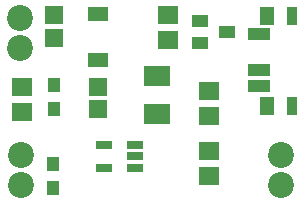
<source format=gbr>
%FSLAX34Y34*%
%MOMM*%
%LNSOLDERMASK_BOTTOM*%
G71*
G01*
%ADD10R, 1.800X1.200*%
%ADD11R, 1.399X0.751*%
%ADD12R, 1.600X1.500*%
%ADD13C, 2.199*%
%ADD14R, 1.100X1.250*%
%ADD15R, 1.400X1.000*%
%ADD16R, 1.800X1.500*%
%ADD17R, 1.900X1.100*%
%ADD18R, 0.900X1.500*%
%ADD19R, 1.300X1.500*%
%ADD20R, 2.200X1.800*%
%LPD*%
X84025Y164703D02*
G54D10*
D03*
X84025Y125016D02*
G54D10*
D03*
X114928Y34236D02*
G54D11*
D03*
X114928Y43736D02*
G54D11*
D03*
X114928Y53235D02*
G54D11*
D03*
X88918Y53235D02*
G54D11*
D03*
X88918Y34236D02*
G54D11*
D03*
X84144Y83914D02*
G54D12*
D03*
X84144Y102914D02*
G54D12*
D03*
X239226Y19777D02*
G54D13*
D03*
X239226Y44780D02*
G54D13*
D03*
X18564Y19380D02*
G54D13*
D03*
X18564Y44780D02*
G54D13*
D03*
X46831Y84137D02*
G54D14*
D03*
X46831Y104471D02*
G54D14*
D03*
X46832Y144116D02*
G54D12*
D03*
X46832Y163116D02*
G54D12*
D03*
X169960Y139582D02*
G54D15*
D03*
X169961Y158581D02*
G54D15*
D03*
X192948Y149082D02*
G54D15*
D03*
X178084Y48420D02*
G54D16*
D03*
X178084Y27038D02*
G54D16*
D03*
X219910Y102946D02*
G54D17*
D03*
X219910Y117233D02*
G54D17*
D03*
X219910Y146999D02*
G54D17*
D03*
X248184Y86808D02*
G54D18*
D03*
X248184Y162983D02*
G54D18*
D03*
X227178Y162982D02*
G54D19*
D03*
X227178Y86808D02*
G54D19*
D03*
X178084Y99220D02*
G54D16*
D03*
X178084Y77838D02*
G54D16*
D03*
X143160Y163513D02*
G54D16*
D03*
X143160Y142132D02*
G54D16*
D03*
X133549Y79592D02*
G54D20*
D03*
X133549Y111561D02*
G54D20*
D03*
X19334Y102792D02*
G54D16*
D03*
X19334Y81410D02*
G54D16*
D03*
X18167Y161064D02*
G54D13*
D03*
X18167Y135664D02*
G54D13*
D03*
X46037Y17065D02*
G54D14*
D03*
X46037Y37400D02*
G54D14*
D03*
M02*

</source>
